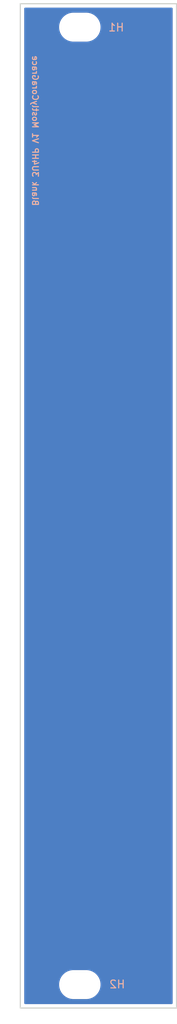
<source format=kicad_pcb>
(kicad_pcb (version 20240108) (generator "pcbnew") (generator_version "8.0")
  (layers (0 "F.Cu" signal) (31 "B.Cu" signal) (34 "B.Paste" user) (35 "F.Paste" user) (36 "B.SilkS" user "B.Silkscreen") (37 "F.SilkS" user "F.Silkscreen") (38 "B.Mask" user) (39 "F.Mask" user) (44 "Edge.Cuts" user))
  (net 0 "")
  (footprint "EXC:MountingHole_3.2mm_M3" (layer "B.Cu") (at 7.62 5.425 180)
    (property "Reference" "H1" (at -3.556 -0.036 0) (layer "B.SilkS") (effects (justify right mirror)))
    (property "Value" "Eurorack_M3_MountingHole")
    (pad "" np_thru_hole oval (at 0 0 180) (size 4.8 3.2) (drill oval 4.8 3.2) (layers "F&B.Cu" "*.Mask"))
  )
  (footprint "EXC:MountingHole_3.2mm_M3" (layer "B.Cu") (at 7.62 127.925 180)
    (property "Reference" "H2" (at -3.683 0.036 0) (layer "B.SilkS") (effects (justify right mirror)))
    (property "Value" "Eurorack_M3_MountingHole")
    (pad "" np_thru_hole oval (at 0 0 180) (size 4.8 3.2) (drill oval 4.8 3.2) (layers "F&B.Cu" "*.Mask"))
  )
  (gr_rect (start 0 2.425) (end 20 130.925) (stroke (width 0.15)) (fill none) (layer "Edge.Cuts"))
  (gr_text "Blank 3U4HP V1 MostlyCoraGrace" (at 1.905 18.669 270) (layer "B.SilkS") (effects (font (size 0.75 0.75) (thickness 0.15) (bold yes)) (justify mirror)))
  (zone (net 0) (net_name "") (layers "F&B.Cu") (connect_pads (clearance 0.5)) (min_thickness 0.25) (fill yes (thermal_gap 0.5) (thermal_bridge_width 0.5) (island_removal_mode 1) (island_area_min 10))
    (polygon (pts (xy 0 2.413) (xy 20.066 2.413) (xy 20.066 130.937) (xy 0 130.937)))
  )
)
</source>
